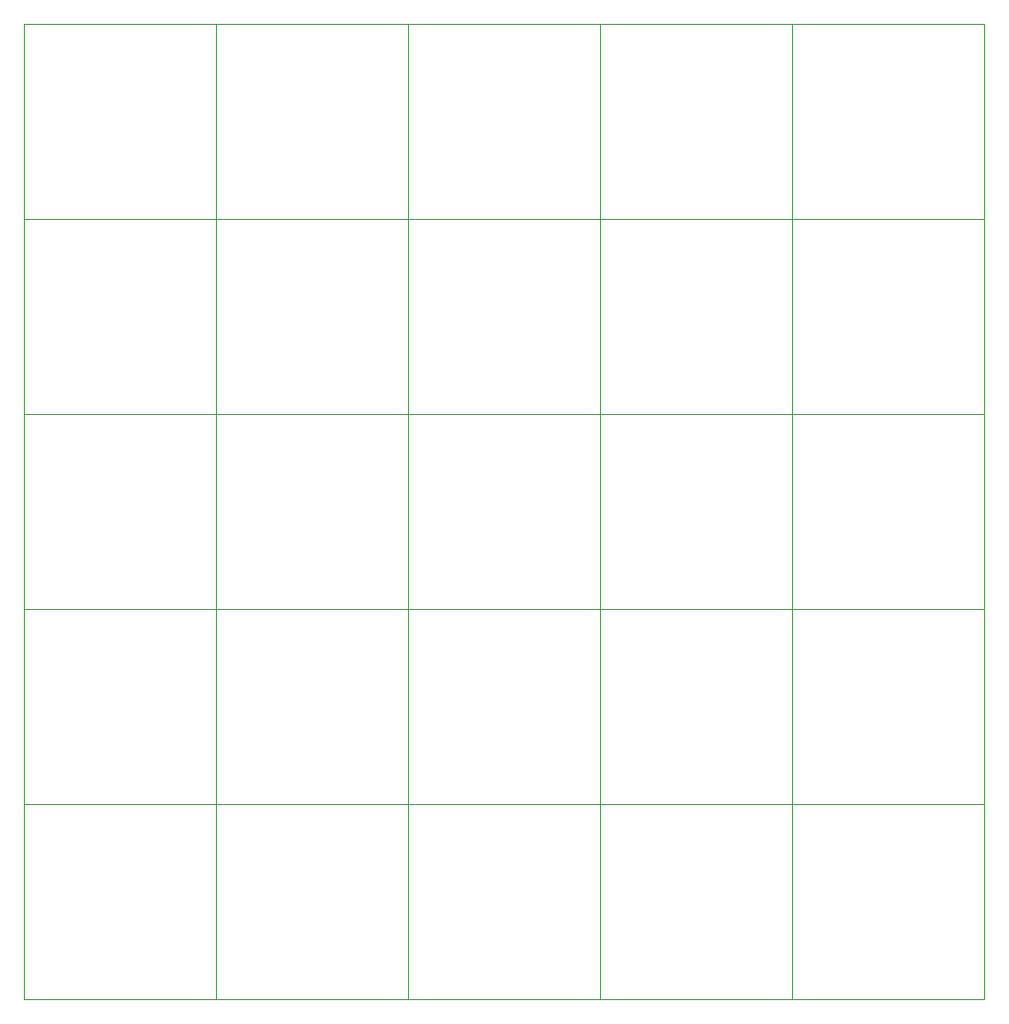
<source format=gm1>
G04 #@! TF.GenerationSoftware,KiCad,Pcbnew,5.1.0*
G04 #@! TF.CreationDate,2019-09-19T00:51:01+09:00*
G04 #@! TF.ProjectId,panelized_key,70616e65-6c69-47a6-9564-5f6b65792e6b,rev?*
G04 #@! TF.SameCoordinates,Original*
G04 #@! TF.FileFunction,Profile,NP*
%FSLAX46Y46*%
G04 Gerber Fmt 4.6, Leading zero omitted, Abs format (unit mm)*
G04 Created by KiCad (PCBNEW 5.1.0) date 2019-09-19 00:51:01*
%MOMM*%
%LPD*%
G04 APERTURE LIST*
%ADD10C,0.050000*%
G04 APERTURE END LIST*
D10*
X46736000Y-81788000D02*
X46736000Y-99060000D01*
X29718000Y-99060000D02*
X12700000Y-99060000D01*
X12700000Y-99060000D02*
X12700000Y-81788000D01*
X46736000Y-99060000D02*
X29718000Y-99060000D01*
X12700000Y-81788000D02*
X29718000Y-81788000D01*
X46736000Y-99060000D02*
X46736000Y-81788000D01*
X80772000Y-81788000D02*
X80772000Y-99060000D01*
X63754000Y-81788000D02*
X80772000Y-81788000D01*
X80772000Y-99060000D02*
X63754000Y-99060000D01*
X63754000Y-99060000D02*
X63754000Y-81788000D01*
X46736000Y-81788000D02*
X63754000Y-81788000D01*
X97790000Y-81788000D02*
X97790000Y-99060000D01*
X97790000Y-99060000D02*
X80772000Y-99060000D01*
X80772000Y-99060000D02*
X80772000Y-81788000D01*
X80772000Y-81788000D02*
X97790000Y-81788000D01*
X63754000Y-99060000D02*
X46736000Y-99060000D01*
X29718000Y-81788000D02*
X46736000Y-81788000D01*
X63754000Y-81788000D02*
X63754000Y-99060000D01*
X29718000Y-99060000D02*
X29718000Y-81788000D01*
X29718000Y-81788000D02*
X29718000Y-99060000D01*
X46736000Y-64516000D02*
X46736000Y-81788000D01*
X29718000Y-81788000D02*
X12700000Y-81788000D01*
X12700000Y-81788000D02*
X12700000Y-64516000D01*
X46736000Y-81788000D02*
X29718000Y-81788000D01*
X12700000Y-64516000D02*
X29718000Y-64516000D01*
X46736000Y-81788000D02*
X46736000Y-64516000D01*
X80772000Y-64516000D02*
X80772000Y-81788000D01*
X63754000Y-64516000D02*
X80772000Y-64516000D01*
X80772000Y-81788000D02*
X63754000Y-81788000D01*
X63754000Y-81788000D02*
X63754000Y-64516000D01*
X46736000Y-64516000D02*
X63754000Y-64516000D01*
X97790000Y-64516000D02*
X97790000Y-81788000D01*
X97790000Y-81788000D02*
X80772000Y-81788000D01*
X80772000Y-81788000D02*
X80772000Y-64516000D01*
X80772000Y-64516000D02*
X97790000Y-64516000D01*
X63754000Y-81788000D02*
X46736000Y-81788000D01*
X29718000Y-64516000D02*
X46736000Y-64516000D01*
X63754000Y-64516000D02*
X63754000Y-81788000D01*
X29718000Y-81788000D02*
X29718000Y-64516000D01*
X29718000Y-64516000D02*
X29718000Y-81788000D01*
X46736000Y-47244000D02*
X46736000Y-64516000D01*
X29718000Y-64516000D02*
X12700000Y-64516000D01*
X12700000Y-64516000D02*
X12700000Y-47244000D01*
X46736000Y-64516000D02*
X29718000Y-64516000D01*
X12700000Y-47244000D02*
X29718000Y-47244000D01*
X46736000Y-64516000D02*
X46736000Y-47244000D01*
X80772000Y-47244000D02*
X80772000Y-64516000D01*
X63754000Y-47244000D02*
X80772000Y-47244000D01*
X80772000Y-64516000D02*
X63754000Y-64516000D01*
X63754000Y-64516000D02*
X63754000Y-47244000D01*
X46736000Y-47244000D02*
X63754000Y-47244000D01*
X97790000Y-47244000D02*
X97790000Y-64516000D01*
X97790000Y-64516000D02*
X80772000Y-64516000D01*
X80772000Y-64516000D02*
X80772000Y-47244000D01*
X80772000Y-47244000D02*
X97790000Y-47244000D01*
X63754000Y-64516000D02*
X46736000Y-64516000D01*
X29718000Y-47244000D02*
X46736000Y-47244000D01*
X63754000Y-47244000D02*
X63754000Y-64516000D01*
X29718000Y-64516000D02*
X29718000Y-47244000D01*
X29718000Y-47244000D02*
X29718000Y-64516000D01*
X46736000Y-29972000D02*
X46736000Y-47244000D01*
X29718000Y-47244000D02*
X12700000Y-47244000D01*
X12700000Y-47244000D02*
X12700000Y-29972000D01*
X46736000Y-47244000D02*
X29718000Y-47244000D01*
X12700000Y-29972000D02*
X29718000Y-29972000D01*
X46736000Y-47244000D02*
X46736000Y-29972000D01*
X80772000Y-29972000D02*
X80772000Y-47244000D01*
X63754000Y-29972000D02*
X80772000Y-29972000D01*
X80772000Y-47244000D02*
X63754000Y-47244000D01*
X63754000Y-47244000D02*
X63754000Y-29972000D01*
X46736000Y-29972000D02*
X63754000Y-29972000D01*
X97790000Y-29972000D02*
X97790000Y-47244000D01*
X97790000Y-47244000D02*
X80772000Y-47244000D01*
X80772000Y-47244000D02*
X80772000Y-29972000D01*
X80772000Y-29972000D02*
X97790000Y-29972000D01*
X63754000Y-47244000D02*
X46736000Y-47244000D01*
X29718000Y-29972000D02*
X46736000Y-29972000D01*
X63754000Y-29972000D02*
X63754000Y-47244000D01*
X29718000Y-47244000D02*
X29718000Y-29972000D01*
X29718000Y-29972000D02*
X29718000Y-47244000D01*
X97790000Y-29972000D02*
X80772000Y-29972000D01*
X80772000Y-29972000D02*
X80772000Y-12700000D01*
X80772000Y-12700000D02*
X97790000Y-12700000D01*
X97790000Y-12700000D02*
X97790000Y-29972000D01*
X80772000Y-29972000D02*
X63754000Y-29972000D01*
X63754000Y-29972000D02*
X63754000Y-12700000D01*
X63754000Y-12700000D02*
X80772000Y-12700000D01*
X80772000Y-12700000D02*
X80772000Y-29972000D01*
X63754000Y-29972000D02*
X46736000Y-29972000D01*
X46736000Y-29972000D02*
X46736000Y-12700000D01*
X46736000Y-12700000D02*
X63754000Y-12700000D01*
X63754000Y-12700000D02*
X63754000Y-29972000D01*
X46736000Y-29972000D02*
X29718000Y-29972000D01*
X29718000Y-29972000D02*
X29718000Y-12700000D01*
X29718000Y-12700000D02*
X46736000Y-12700000D01*
X46736000Y-12700000D02*
X46736000Y-29972000D01*
X12700000Y-12700000D02*
X29718000Y-12700000D01*
X12700000Y-29972000D02*
X12700000Y-12700000D01*
X29718000Y-29972000D02*
X12700000Y-29972000D01*
X29718000Y-12700000D02*
X29718000Y-29972000D01*
M02*

</source>
